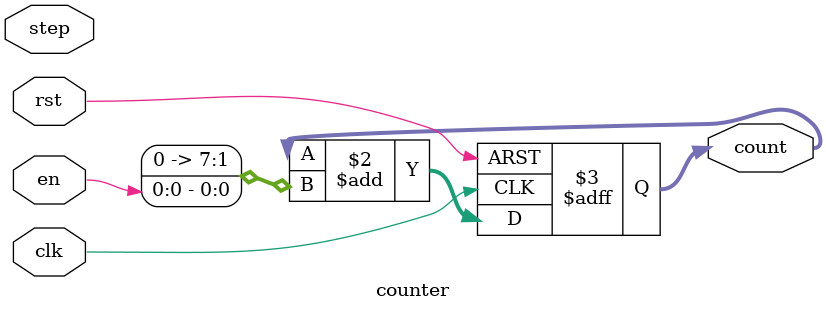
<source format=sv>
module counter #(
    parameter WIDTH = 8
)(

    input  logic             clk,
    input  logic             rst,
    input  logic             en,
    input  logic [WIDTH-1:0] step,
    output logic [WIDTH-1:0] count
);

always_ff @ (posedge clk or posedge rst) // asynchronous reset
    if (rst) count <= {WIDTH{1'b0}};
    else     count <= count + {{WIDTH-1{1'b0}}, en};

endmodule

</source>
